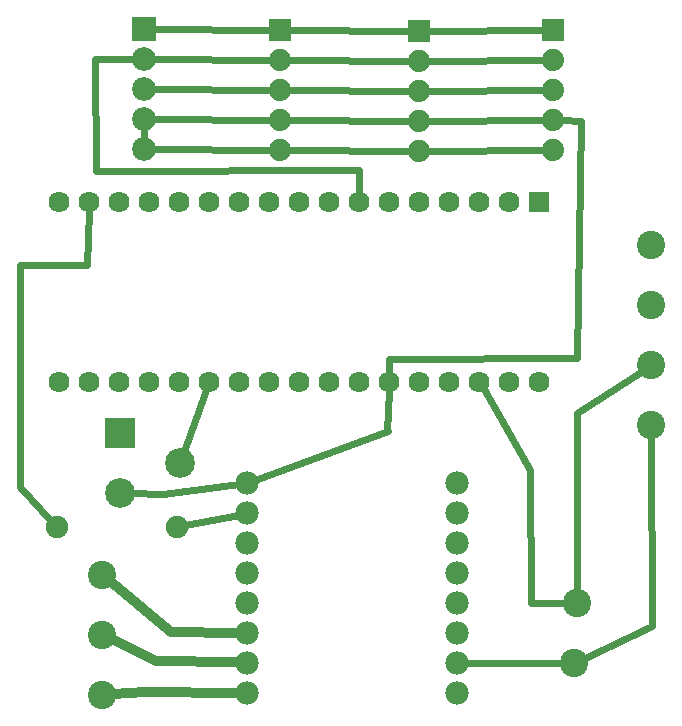
<source format=gtl>
G04 MADE WITH FRITZING*
G04 WWW.FRITZING.ORG*
G04 DOUBLE SIDED*
G04 HOLES PLATED*
G04 CONTOUR ON CENTER OF CONTOUR VECTOR*
%ASAXBY*%
%FSLAX23Y23*%
%MOIN*%
%OFA0B0*%
%SFA1.0B1.0*%
%ADD10C,0.070555*%
%ADD11C,0.070583*%
%ADD12C,0.074000*%
%ADD13C,0.079370*%
%ADD14C,0.099000*%
%ADD15C,0.094488*%
%ADD16C,0.075000*%
%ADD17C,0.077701*%
%ADD18R,0.070542X0.070570*%
%ADD19R,0.074000X0.074000*%
%ADD20R,0.079370X0.079370*%
%ADD21R,0.099000X0.099000*%
%ADD22C,0.024000*%
%ADD23C,0.032000*%
%LNCOPPER1*%
G90*
G70*
G54D10*
X1809Y1746D03*
X1709Y1746D03*
X1609Y1746D03*
X1509Y1746D03*
X1409Y1746D03*
X1309Y1746D03*
X1209Y1746D03*
X1109Y1746D03*
X1009Y1746D03*
G54D11*
X909Y1746D03*
X809Y1746D03*
X709Y1746D03*
G54D10*
X609Y1746D03*
X509Y1746D03*
G54D11*
X409Y1746D03*
X309Y1746D03*
X209Y1746D03*
G54D10*
X1809Y1146D03*
X1709Y1146D03*
X1609Y1146D03*
X1509Y1146D03*
X1409Y1146D03*
X1309Y1146D03*
X1009Y1146D03*
G54D11*
X909Y1146D03*
G54D10*
X1109Y1146D03*
X1209Y1146D03*
G54D11*
X809Y1146D03*
X709Y1146D03*
G54D10*
X609Y1146D03*
X509Y1146D03*
G54D11*
X409Y1146D03*
X309Y1146D03*
X209Y1146D03*
G54D12*
X1855Y2318D03*
X1855Y2218D03*
X1855Y2118D03*
X1855Y2018D03*
X1855Y1918D03*
X1410Y2316D03*
X1410Y2216D03*
X1410Y2116D03*
X1410Y2016D03*
X1410Y1916D03*
X944Y2319D03*
X944Y2219D03*
X944Y2119D03*
X944Y2019D03*
X944Y1919D03*
G54D13*
X491Y2320D03*
X491Y2220D03*
X491Y2120D03*
X491Y2020D03*
X491Y1920D03*
G54D14*
X412Y774D03*
X412Y974D03*
X612Y874D03*
G54D15*
X1936Y407D03*
X1926Y207D03*
X2183Y1602D03*
X2183Y1402D03*
X2183Y1202D03*
X2183Y1002D03*
X351Y503D03*
X351Y303D03*
X351Y103D03*
G54D16*
X201Y661D03*
X601Y661D03*
G54D17*
X835Y809D03*
X835Y709D03*
X835Y609D03*
X835Y509D03*
X835Y409D03*
X835Y309D03*
X835Y209D03*
X835Y109D03*
X1535Y809D03*
X1535Y709D03*
X1535Y609D03*
X1535Y509D03*
X1535Y409D03*
X1535Y309D03*
X1535Y209D03*
X1535Y109D03*
G54D18*
X1809Y1746D03*
G54D19*
X1855Y2318D03*
X1410Y2316D03*
X944Y2319D03*
G54D20*
X491Y2320D03*
G54D21*
X412Y974D03*
G54D22*
X1303Y983D02*
X1308Y1116D01*
D02*
X863Y819D02*
X1304Y983D01*
D02*
X80Y794D02*
X182Y683D01*
D02*
X78Y1535D02*
X80Y794D01*
D02*
X302Y1535D02*
X78Y1535D01*
D02*
X308Y1716D02*
X302Y1535D01*
D02*
X1782Y409D02*
X1778Y851D01*
D02*
X521Y2120D02*
X913Y2119D01*
D02*
X975Y2119D02*
X1379Y2116D01*
D02*
X1441Y2116D02*
X1824Y2118D01*
D02*
X1824Y2318D02*
X1441Y2316D01*
D02*
X1379Y2316D02*
X975Y2319D01*
D02*
X913Y2319D02*
X521Y2320D01*
D02*
X1778Y851D02*
X1624Y1120D01*
D02*
X1905Y408D02*
X1782Y409D01*
D02*
X1824Y2218D02*
X1441Y2216D01*
D02*
X1379Y2216D02*
X975Y2219D01*
D02*
X913Y2219D02*
X521Y2220D01*
D02*
X1208Y1850D02*
X1209Y1776D01*
D02*
X331Y1848D02*
X1208Y1850D01*
D02*
X327Y2221D02*
X331Y1848D01*
D02*
X460Y2220D02*
X327Y2221D01*
D02*
X521Y2020D02*
X913Y2019D01*
D02*
X975Y2019D02*
X1379Y2016D01*
D02*
X1441Y2016D02*
X1824Y2018D01*
D02*
X1308Y1222D02*
X1309Y1176D01*
D02*
X1949Y2015D02*
X1935Y1226D01*
D02*
X1935Y1226D02*
X1308Y1222D01*
D02*
X1886Y2017D02*
X1949Y2015D01*
D02*
X1824Y1918D02*
X1441Y1916D01*
D02*
X1379Y1916D02*
X975Y1919D01*
D02*
X913Y1919D02*
X521Y1920D01*
D02*
X491Y1989D02*
X491Y1950D01*
D02*
X2186Y332D02*
X1954Y221D01*
D02*
X2183Y971D02*
X2186Y332D01*
D02*
X556Y773D02*
X807Y805D01*
D02*
X444Y774D02*
X556Y773D01*
D02*
X623Y904D02*
X699Y1118D01*
D02*
X629Y667D02*
X807Y703D01*
G54D23*
D02*
X581Y310D02*
X379Y480D01*
D02*
X532Y216D02*
X384Y288D01*
D02*
X801Y309D02*
X581Y310D01*
D02*
X801Y210D02*
X532Y216D01*
D02*
X494Y111D02*
X387Y105D01*
D02*
X801Y109D02*
X494Y111D01*
G54D22*
D02*
X1681Y208D02*
X1895Y207D01*
D02*
X1681Y208D02*
X1564Y209D01*
D02*
X1936Y438D02*
X1936Y1042D01*
D02*
X1936Y1042D02*
X2157Y1185D01*
G04 End of Copper1*
M02*
</source>
